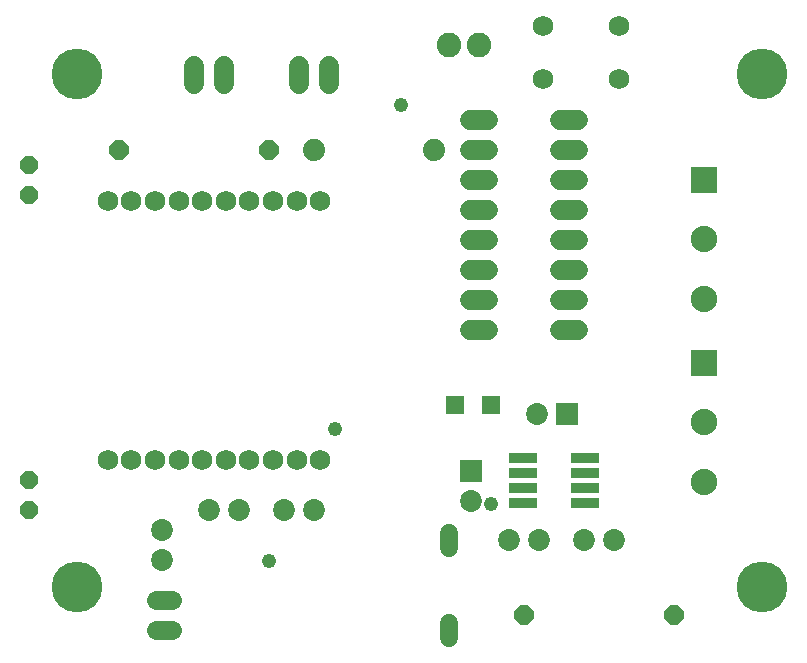
<source format=gts>
G75*
G70*
%OFA0B0*%
%FSLAX24Y24*%
%IPPOS*%
%LPD*%
%AMOC8*
5,1,8,0,0,1.08239X$1,22.5*
%
%ADD10C,0.0680*%
%ADD11R,0.0950X0.0320*%
%ADD12R,0.0730X0.0730*%
%ADD13C,0.0730*%
%ADD14C,0.0600*%
%ADD15C,0.0820*%
%ADD16OC8,0.0600*%
%ADD17OC8,0.0640*%
%ADD18C,0.0640*%
%ADD19R,0.0880X0.0880*%
%ADD20C,0.0880*%
%ADD21C,0.0740*%
%ADD22R,0.0595X0.0595*%
%ADD23C,0.1694*%
%ADD24C,0.0662*%
%ADD25C,0.0674*%
%ADD26C,0.0480*%
D10*
X003727Y006770D03*
X004514Y006770D03*
X005302Y006770D03*
X006089Y006770D03*
X006876Y006770D03*
X007664Y006770D03*
X008451Y006770D03*
X009239Y006770D03*
X010026Y006770D03*
X010813Y006770D03*
X010813Y015431D03*
X010026Y015431D03*
X009239Y015431D03*
X008451Y015431D03*
X007664Y015431D03*
X006876Y015431D03*
X006089Y015431D03*
X005302Y015431D03*
X004514Y015431D03*
X003727Y015431D03*
X018222Y019475D03*
X018222Y021255D03*
X020782Y021255D03*
X020782Y019475D03*
D11*
X019631Y006851D03*
X019631Y006351D03*
X019631Y005851D03*
X019631Y005351D03*
X017571Y005351D03*
X017571Y005851D03*
X017571Y006351D03*
X017571Y006851D03*
D12*
X019051Y008301D03*
X015851Y006401D03*
D13*
X015851Y005401D03*
X017101Y004101D03*
X018101Y004101D03*
X019601Y004101D03*
X020601Y004101D03*
X018051Y008301D03*
X010601Y005101D03*
X009601Y005101D03*
X008101Y005101D03*
X007101Y005101D03*
X005551Y004451D03*
X005551Y003451D03*
D14*
X015101Y003841D02*
X015101Y004361D01*
X015101Y001361D02*
X015101Y000841D01*
D15*
X015101Y020601D03*
X016101Y020601D03*
D16*
X001101Y016601D03*
X001101Y015601D03*
X001101Y006101D03*
X001101Y005101D03*
D17*
X004101Y017101D03*
X009101Y017101D03*
X017601Y001601D03*
X022601Y001601D03*
D18*
X005881Y001101D02*
X005321Y001101D01*
X005321Y002101D02*
X005881Y002101D01*
D19*
X023601Y010001D03*
X023601Y016101D03*
D20*
X023601Y014132D03*
X023601Y012164D03*
X023601Y008032D03*
X023601Y006064D03*
D21*
X014601Y017101D03*
X010601Y017101D03*
D22*
X015301Y008601D03*
X016501Y008601D03*
D23*
X002701Y002551D03*
X002701Y019651D03*
X025551Y019651D03*
X025551Y002551D03*
D24*
X019392Y011101D02*
X018810Y011101D01*
X018810Y012101D02*
X019392Y012101D01*
X019392Y013101D02*
X018810Y013101D01*
X018810Y014101D02*
X019392Y014101D01*
X019392Y015101D02*
X018810Y015101D01*
X018810Y016101D02*
X019392Y016101D01*
X019392Y017101D02*
X018810Y017101D01*
X018810Y018101D02*
X019392Y018101D01*
X016392Y018101D02*
X015810Y018101D01*
X015810Y017101D02*
X016392Y017101D01*
X016392Y016101D02*
X015810Y016101D01*
X015810Y015101D02*
X016392Y015101D01*
X016392Y014101D02*
X015810Y014101D01*
X015810Y013101D02*
X016392Y013101D01*
X016392Y012101D02*
X015810Y012101D01*
X015810Y011101D02*
X016392Y011101D01*
D25*
X011101Y019304D02*
X011101Y019898D01*
X010101Y019898D02*
X010101Y019304D01*
X007601Y019304D02*
X007601Y019898D01*
X006601Y019898D02*
X006601Y019304D01*
D26*
X013501Y018601D03*
X011301Y007801D03*
X016501Y005301D03*
X009101Y003401D03*
M02*

</source>
